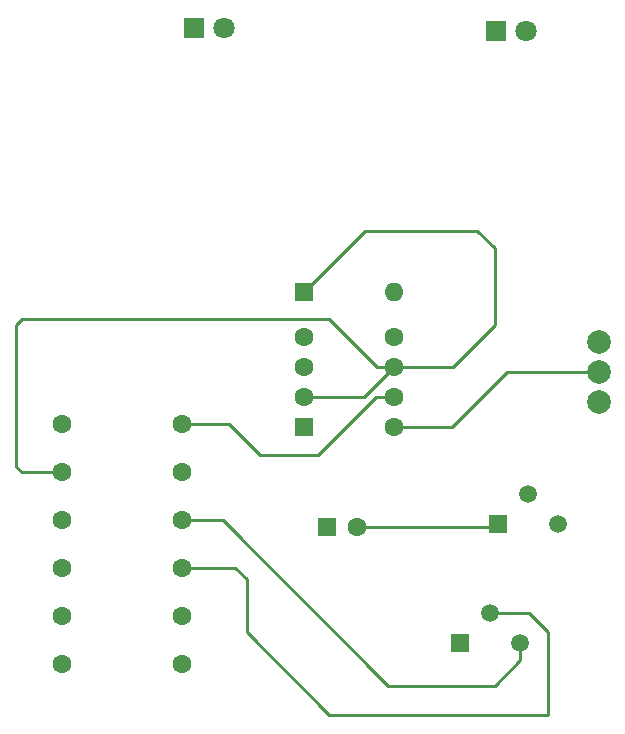
<source format=gbr>
%TF.GenerationSoftware,KiCad,Pcbnew,9.0.6*%
%TF.CreationDate,2025-12-08T17:51:08+01:00*%
%TF.ProjectId,Rocket,526f636b-6574-42e6-9b69-6361645f7063,rev?*%
%TF.SameCoordinates,Original*%
%TF.FileFunction,Copper,L1,Top*%
%TF.FilePolarity,Positive*%
%FSLAX46Y46*%
G04 Gerber Fmt 4.6, Leading zero omitted, Abs format (unit mm)*
G04 Created by KiCad (PCBNEW 9.0.6) date 2025-12-08 17:51:08*
%MOMM*%
%LPD*%
G01*
G04 APERTURE LIST*
G04 Aperture macros list*
%AMRoundRect*
0 Rectangle with rounded corners*
0 $1 Rounding radius*
0 $2 $3 $4 $5 $6 $7 $8 $9 X,Y pos of 4 corners*
0 Add a 4 corners polygon primitive as box body*
4,1,4,$2,$3,$4,$5,$6,$7,$8,$9,$2,$3,0*
0 Add four circle primitives for the rounded corners*
1,1,$1+$1,$2,$3*
1,1,$1+$1,$4,$5*
1,1,$1+$1,$6,$7*
1,1,$1+$1,$8,$9*
0 Add four rect primitives between the rounded corners*
20,1,$1+$1,$2,$3,$4,$5,0*
20,1,$1+$1,$4,$5,$6,$7,0*
20,1,$1+$1,$6,$7,$8,$9,0*
20,1,$1+$1,$8,$9,$2,$3,0*%
G04 Aperture macros list end*
%TA.AperFunction,ComponentPad*%
%ADD10C,1.600000*%
%TD*%
%TA.AperFunction,ComponentPad*%
%ADD11R,1.600000X1.600000*%
%TD*%
%TA.AperFunction,ComponentPad*%
%ADD12C,1.500000*%
%TD*%
%TA.AperFunction,ComponentPad*%
%ADD13R,1.500000X1.500000*%
%TD*%
%TA.AperFunction,ComponentPad*%
%ADD14O,1.600000X1.600000*%
%TD*%
%TA.AperFunction,ComponentPad*%
%ADD15C,2.000000*%
%TD*%
%TA.AperFunction,ComponentPad*%
%ADD16RoundRect,0.250000X-0.550000X-0.550000X0.550000X-0.550000X0.550000X0.550000X-0.550000X0.550000X0*%
%TD*%
%TA.AperFunction,ComponentPad*%
%ADD17R,1.800000X1.800000*%
%TD*%
%TA.AperFunction,ComponentPad*%
%ADD18C,1.800000*%
%TD*%
%TA.AperFunction,Conductor*%
%ADD19C,0.250000*%
%TD*%
G04 APERTURE END LIST*
D10*
%TO.P,C1,2*%
%TO.N,Net-(D1-K)*%
X152300000Y-112600000D03*
D11*
%TO.P,C1,1*%
%TO.N,Net-(D3-K)*%
X149800000Y-112600000D03*
%TD*%
D12*
%TO.P,Q1,3,C*%
%TO.N,Net-(Q1-C)*%
X169400000Y-112300000D03*
%TO.P,Q1,2,B*%
%TO.N,Net-(Q1-B)*%
X166860000Y-109760000D03*
D13*
%TO.P,Q1,1,E*%
%TO.N,Net-(D1-K)*%
X164320000Y-112300000D03*
%TD*%
D10*
%TO.P,R5,2*%
%TO.N,Net-(Q1-C)*%
X137500000Y-116050000D03*
%TO.P,R5,1*%
%TO.N,Net-(S1-E)*%
X127340000Y-116050000D03*
%TD*%
D14*
%TO.P,D3,2,A*%
%TO.N,Net-(D3-A)*%
X155443900Y-92693500D03*
D11*
%TO.P,D3,1,K*%
%TO.N,Net-(D3-K)*%
X147823900Y-92693500D03*
%TD*%
D12*
%TO.P,Q2,3,C*%
%TO.N,Net-(Q2-C)*%
X166140000Y-122418808D03*
%TO.P,Q2,2,B*%
%TO.N,Net-(Q1-C)*%
X163600000Y-119878808D03*
D13*
%TO.P,Q2,1,E*%
%TO.N,Net-(D1-A)*%
X161060000Y-122418808D03*
%TD*%
D15*
%TO.P,S1,3,A*%
%TO.N,unconnected-(S1-A-Pad3)*%
X172800000Y-96920000D03*
%TO.P,S1,2,E*%
%TO.N,Net-(S1-E)*%
X172800000Y-99460000D03*
%TO.P,S1,1,A*%
%TO.N,Net-(S1-A-Pad1)*%
X172800000Y-102000000D03*
%TD*%
D10*
%TO.P,R4,2*%
%TO.N,Net-(D1-K)*%
X137500000Y-120100000D03*
%TO.P,R4,1*%
%TO.N,Net-(Q1-B)*%
X127340000Y-120100000D03*
%TD*%
%TO.P,R8,2*%
%TO.N,Net-(D3-A)*%
X137500000Y-103900000D03*
%TO.P,R8,1*%
%TO.N,Net-(S1-E)*%
X127340000Y-103900000D03*
%TD*%
%TO.P,R3,2*%
%TO.N,Net-(Q1-B)*%
X137500000Y-124150000D03*
%TO.P,R3,1*%
%TO.N,Net-(D3-K)*%
X127340000Y-124150000D03*
%TD*%
%TO.P,R6,2*%
%TO.N,Net-(Q2-C)*%
X137500000Y-112000000D03*
%TO.P,R6,1*%
%TO.N,Net-(S1-E)*%
X127340000Y-112000000D03*
%TD*%
%TO.P,R7,2*%
%TO.N,Net-(D3-A)*%
X137500000Y-107950000D03*
%TO.P,R7,1*%
%TO.N,Net-(D3-K)*%
X127340000Y-107950000D03*
%TD*%
%TO.P,U1,8,VCC*%
%TO.N,Net-(S1-E)*%
X155453900Y-104133500D03*
%TO.P,U1,7,DIS*%
%TO.N,Net-(D3-A)*%
X155453900Y-101593500D03*
%TO.P,U1,6,THR*%
%TO.N,Net-(D3-K)*%
X155453900Y-99053500D03*
%TO.P,U1,5,CV*%
%TO.N,unconnected-(U1-CV-Pad5)*%
X155453900Y-96513500D03*
%TO.P,U1,4,R*%
%TO.N,Net-(S1-E)*%
X147833900Y-96513500D03*
%TO.P,U1,3,Q*%
%TO.N,unconnected-(U1-Q-Pad3)*%
X147833900Y-99053500D03*
%TO.P,U1,2,TR*%
%TO.N,Net-(D3-K)*%
X147833900Y-101593500D03*
D16*
%TO.P,U1,1,GND*%
%TO.N,Net-(D1-K)*%
X147833900Y-104133500D03*
%TD*%
D17*
%TO.P,D2,1,K*%
%TO.N,Net-(D1-K)*%
X138500000Y-70300000D03*
D18*
%TO.P,D2,2,A*%
%TO.N,Net-(D1-A)*%
X141040000Y-70300000D03*
%TD*%
D17*
%TO.P,D1,1,K*%
%TO.N,Net-(D1-K)*%
X164100000Y-70600000D03*
D18*
%TO.P,D1,2,A*%
%TO.N,Net-(D1-A)*%
X166640000Y-70600000D03*
%TD*%
D19*
%TO.N,Net-(D3-K)*%
X152913900Y-101593500D02*
X155453900Y-99053500D01*
X147833900Y-101593500D02*
X152913900Y-101593500D01*
X123500000Y-107500000D02*
X123950000Y-107950000D01*
X124000000Y-95000000D02*
X123500000Y-95500000D01*
X123500000Y-95500000D02*
X123500000Y-107500000D01*
X150000000Y-95000000D02*
X124000000Y-95000000D01*
X154053500Y-99053500D02*
X150000000Y-95000000D01*
X155453900Y-99053500D02*
X154053500Y-99053500D01*
X123950000Y-107950000D02*
X127340000Y-107950000D01*
X160446500Y-99053500D02*
X155453900Y-99053500D01*
X164000000Y-95500000D02*
X160446500Y-99053500D01*
X162500000Y-87500000D02*
X164000000Y-89000000D01*
X164000000Y-89000000D02*
X164000000Y-95500000D01*
X153017400Y-87500000D02*
X162500000Y-87500000D01*
X147823900Y-92693500D02*
X153017400Y-87500000D01*
%TO.N,Net-(D3-A)*%
X149000000Y-106500000D02*
X144100000Y-106500000D01*
X144100000Y-106500000D02*
X141500000Y-103900000D01*
X153906500Y-101593500D02*
X149000000Y-106500000D01*
X155453900Y-101593500D02*
X153906500Y-101593500D01*
X141500000Y-103900000D02*
X137500000Y-103900000D01*
X141600000Y-103900000D02*
X141500000Y-103900000D01*
%TO.N,Net-(Q1-C)*%
X168500000Y-128500000D02*
X150000000Y-128500000D01*
X150000000Y-128500000D02*
X143000000Y-121500000D01*
X143000000Y-117000000D02*
X142050000Y-116050000D01*
X168500000Y-121500000D02*
X168500000Y-128500000D01*
X143000000Y-121500000D02*
X143000000Y-117000000D01*
X166878808Y-119878808D02*
X168500000Y-121500000D01*
X142050000Y-116050000D02*
X137500000Y-116050000D01*
X163600000Y-119878808D02*
X166878808Y-119878808D01*
%TO.N,Net-(Q2-C)*%
X164000000Y-126000000D02*
X166140000Y-123860000D01*
X155000000Y-126000000D02*
X164000000Y-126000000D01*
X141000000Y-112000000D02*
X155000000Y-126000000D01*
X137500000Y-112000000D02*
X141000000Y-112000000D01*
X166140000Y-123860000D02*
X166140000Y-122418808D01*
%TO.N,Net-(D1-K)*%
X164020000Y-112600000D02*
X164320000Y-112300000D01*
X152300000Y-112600000D02*
X164020000Y-112600000D01*
%TO.N,Net-(S1-E)*%
X165040000Y-99460000D02*
X172800000Y-99460000D01*
X160366500Y-104133500D02*
X165040000Y-99460000D01*
X155453900Y-104133500D02*
X160366500Y-104133500D01*
%TD*%
M02*

</source>
